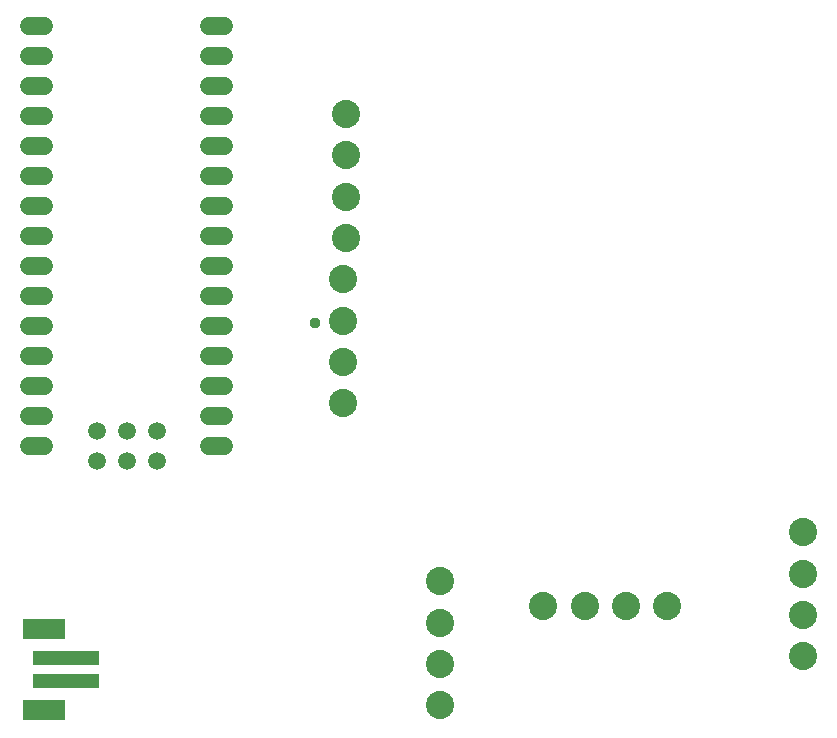
<source format=gts>
G04 EAGLE Gerber RS-274X export*
G75*
%MOMM*%
%FSLAX34Y34*%
%LPD*%
%INTop Solder Mask*%
%IPPOS*%
%AMOC8*
5,1,8,0,0,1.08239X$1,22.5*%
G01*
%ADD10C,2.387600*%
%ADD11R,5.703200X1.203200*%
%ADD12R,3.603200X1.803200*%
%ADD13C,1.511200*%
%ADD14C,1.511200*%
%ADD15C,0.959600*%


D10*
X484300Y169900D03*
X519300Y169900D03*
X554300Y169900D03*
X589300Y169900D03*
D11*
X79700Y106200D03*
X79700Y126200D03*
D12*
X61700Y82200D03*
X61700Y150200D03*
D10*
X704400Y127400D03*
X704400Y162400D03*
X704400Y197400D03*
X704400Y232400D03*
X316800Y481700D03*
X316800Y516700D03*
X316800Y551700D03*
X316800Y586700D03*
X314400Y341700D03*
X314400Y376700D03*
X314400Y411700D03*
X314400Y446700D03*
X396800Y86000D03*
X396800Y121000D03*
X396800Y156000D03*
X396800Y191000D03*
D13*
X214140Y305400D02*
X201060Y305400D01*
X201060Y330800D02*
X214140Y330800D01*
X214140Y356200D02*
X201060Y356200D01*
X201060Y381600D02*
X214140Y381600D01*
X214140Y407000D02*
X201060Y407000D01*
X201060Y432400D02*
X214140Y432400D01*
X214140Y457800D02*
X201060Y457800D01*
X201060Y483200D02*
X214140Y483200D01*
X214140Y508600D02*
X201060Y508600D01*
X201060Y534000D02*
X214140Y534000D01*
X214140Y559400D02*
X201060Y559400D01*
X201060Y584800D02*
X214140Y584800D01*
X61740Y305400D02*
X48660Y305400D01*
X48660Y330800D02*
X61740Y330800D01*
X61740Y356200D02*
X48660Y356200D01*
X48660Y508600D02*
X61740Y508600D01*
X61740Y534000D02*
X48660Y534000D01*
X48660Y559400D02*
X61740Y559400D01*
X61740Y584800D02*
X48660Y584800D01*
X48660Y661000D02*
X61740Y661000D01*
X201060Y661000D02*
X214140Y661000D01*
X214140Y635600D02*
X201060Y635600D01*
X201060Y610200D02*
X214140Y610200D01*
X61740Y635600D02*
X48660Y635600D01*
X48660Y610200D02*
X61740Y610200D01*
X61740Y381600D02*
X48660Y381600D01*
D14*
X106000Y318100D03*
X131400Y318100D03*
X156800Y318100D03*
D13*
X61740Y483200D02*
X48660Y483200D01*
X48660Y457800D02*
X61740Y457800D01*
X61740Y432400D02*
X48660Y432400D01*
X48660Y407000D02*
X61740Y407000D01*
D14*
X106000Y292700D03*
X131400Y292700D03*
X156800Y292700D03*
D15*
X291084Y409956D03*
M02*

</source>
